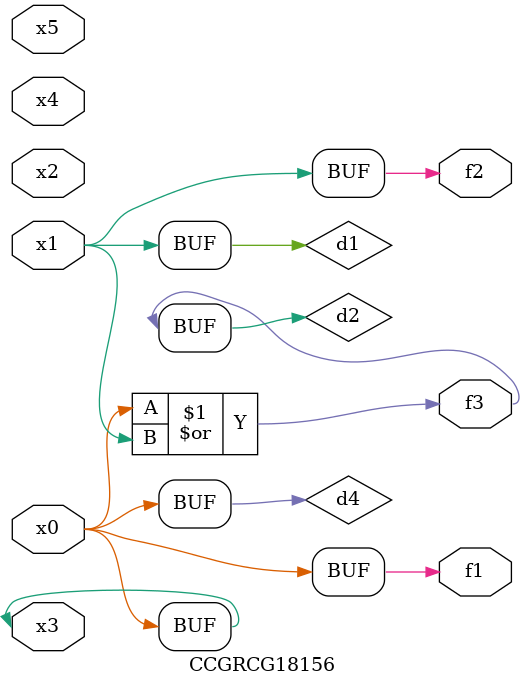
<source format=v>
module CCGRCG18156(
	input x0, x1, x2, x3, x4, x5,
	output f1, f2, f3
);

	wire d1, d2, d3, d4;

	and (d1, x1);
	or (d2, x0, x1);
	nand (d3, x0, x5);
	buf (d4, x0, x3);
	assign f1 = d4;
	assign f2 = d1;
	assign f3 = d2;
endmodule

</source>
